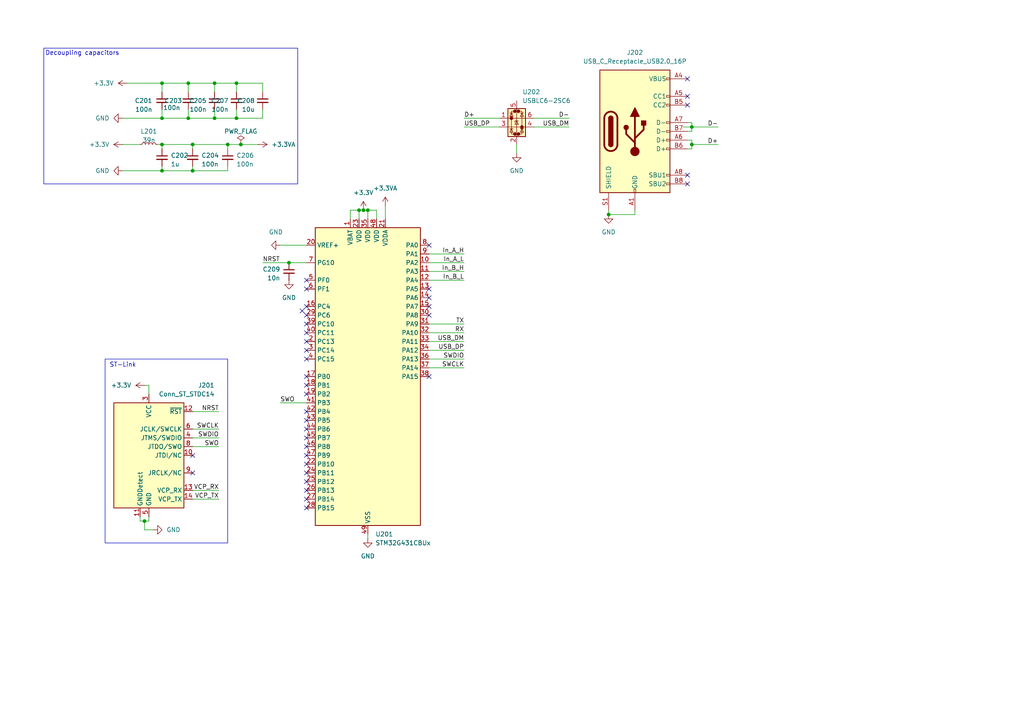
<source format=kicad_sch>
(kicad_sch (version 20231120) (generator "eeschema") (generator_version "8.0")
  (paper "A4")
  (lib_symbols
    (symbol "Connector:Conn_ST_STDC14"
      (property "Reference" "J" (at -8.89 16.51 0))
      (property "Value" "Conn_ST_STDC14" (at 17.78 16.51 0))
      (symbol "Conn_ST_STDC14_0_1"
        (rectangle (start -10.16 15.24) (end 10.16 -15.24) (stroke (width 0.254)) (fill (type background)))
      )
      (symbol "Conn_ST_STDC14_1_1"
        (pin no_connect line (at -10.16 5.08 0) (length 2.54) hide (name "NC") (number "1"))
        (pin output line (at 12.7 0 180) (length 2.54) (name "JTDI/NC") (number "10"))
        (pin passive line (at -2.54 -17.78 90) (length 2.54) (name "GNDDetect") (number "11"))
        (pin open_collector line (at 12.7 12.7 180) (length 2.54) (name "~{RST}") (number "12"))
        (pin output line (at 12.7 -10.16 180) (length 2.54) (name "VCP_RX") (number "13"))
        (pin input line (at 12.7 -12.7 180) (length 2.54) (name "VCP_TX") (number "14"))
        (pin no_connect line (at -10.16 2.54 0) (length 2.54) hide (name "NC") (number "2"))
        (pin power_in line (at 0 17.78 270) (length 2.54) (name "VCC") (number "3"))
        (pin bidirectional line (at 12.7 5.08 180) (length 2.54) (name "JTMS/SWDIO") (number "4"))
        (pin power_in line (at 0 -17.78 90) (length 2.54) (name "GND") (number "5"))
        (pin output line (at 12.7 7.62 180) (length 2.54) (name "JCLK/SWCLK") (number "6"))
        (pin passive line (at 0 -17.78 90) (length 2.54) hide (name "GND") (number "7"))
        (pin input line (at 12.7 2.54 180) (length 2.54) (name "JTDO/SWO") (number "8"))
        (pin input line (at 12.7 -5.08 180) (length 2.54) (name "JRCLK/NC") (number "9"))
      )
    )
    (symbol "Connector:USB_C_Receptacle_USB2.0_16P" (pin_names (offset 1.016))
      (property "Reference" "J" (at 0 22.225 0))
      (property "Value" "USB_C_Receptacle_USB2.0_16P" (at 0 19.685 0))
      (symbol "USB_C_Receptacle_USB2.0_16P_0_0"
        (rectangle (start -0.254 -17.78) (end 0.254 -16.764))
        (rectangle (start 10.16 -14.986) (end 9.144 -15.494))
        (rectangle (start 10.16 -12.446) (end 9.144 -12.954))
        (rectangle (start 10.16 -4.826) (end 9.144 -5.334))
        (rectangle (start 10.16 -2.286) (end 9.144 -2.794))
        (rectangle (start 10.16 0.254) (end 9.144 -0.254))
        (rectangle (start 10.16 2.794) (end 9.144 2.286))
        (rectangle (start 10.16 7.874) (end 9.144 7.366))
        (rectangle (start 10.16 10.414) (end 9.144 9.906))
        (rectangle (start 10.16 15.494) (end 9.144 14.986))
      )
      (symbol "USB_C_Receptacle_USB2.0_16P_0_1"
        (rectangle (start -10.16 17.78) (end 10.16 -17.78) (stroke (width 0.254)) (fill (type background)))
        (arc (start -8.89 -3.81) (mid -6.985 -5.7067) (end -5.08 -3.81) (stroke (width 0.508)))
        (arc (start -7.62 -3.81) (mid -6.985 -4.4423) (end -6.35 -3.81) (stroke (width 0.254)))
        (arc (start -7.62 -3.81) (mid -6.985 -4.4423) (end -6.35 -3.81) (stroke (width 0.254)) (fill (type outline)))
        (rectangle (start -7.62 -3.81) (end -6.35 3.81) (stroke (width 0.254)) (fill (type outline)))
        (arc (start -6.35 3.81) (mid -6.985 4.4423) (end -7.62 3.81) (stroke (width 0.254)))
        (arc (start -6.35 3.81) (mid -6.985 4.4423) (end -7.62 3.81) (stroke (width 0.254)) (fill (type outline)))
        (arc (start -5.08 3.81) (mid -6.985 5.7067) (end -8.89 3.81) (stroke (width 0.508)))
        (circle (center -2.54 1.143) (radius 0.635) (stroke (width 0.254)) (fill (type outline)))
        (circle (center 0 -5.842) (radius 1.27) (fill (type outline)))
        (polyline (pts (xy -8.89 -3.81) (xy -8.89 3.81)) (stroke (width 0.508)))
        (polyline (pts (xy -5.08 3.81) (xy -5.08 -3.81)) (stroke (width 0.508)))
        (polyline (pts (xy 0 -5.842) (xy 0 4.318)) (stroke (width 0.508)))
        (polyline (pts (xy 0 -3.302) (xy -2.54 -0.762) (xy -2.54 0.508)) (stroke (width 0.508)))
        (polyline (pts (xy 0 -2.032) (xy 2.54 0.508) (xy 2.54 1.778)) (stroke (width 0.508)))
        (polyline (pts (xy -1.27 4.318) (xy 0 6.858) (xy 1.27 4.318) (xy -1.27 4.318)) (stroke (width 0.254)) (fill (type outline)))
        (rectangle (start 1.905 1.778) (end 3.175 3.048) (stroke (width 0.254)) (fill (type outline)))
      )
      (symbol "USB_C_Receptacle_USB2.0_16P_1_1"
        (pin passive line (at 0 -22.86 90) (length 5.08) (name "GND") (number "A1"))
        (pin passive line (at 0 -22.86 90) (length 5.08) hide (name "GND") (number "A12"))
        (pin passive line (at 15.24 15.24 180) (length 5.08) (name "VBUS") (number "A4"))
        (pin bidirectional line (at 15.24 10.16 180) (length 5.08) (name "CC1") (number "A5"))
        (pin bidirectional line (at 15.24 -2.54 180) (length 5.08) (name "D+") (number "A6"))
        (pin bidirectional line (at 15.24 2.54 180) (length 5.08) (name "D-") (number "A7"))
        (pin bidirectional line (at 15.24 -12.7 180) (length 5.08) (name "SBU1") (number "A8"))
        (pin passive line (at 15.24 15.24 180) (length 5.08) hide (name "VBUS") (number "A9"))
        (pin passive line (at 0 -22.86 90) (length 5.08) hide (name "GND") (number "B1"))
        (pin passive line (at 0 -22.86 90) (length 5.08) hide (name "GND") (number "B12"))
        (pin passive line (at 15.24 15.24 180) (length 5.08) hide (name "VBUS") (number "B4"))
        (pin bidirectional line (at 15.24 7.62 180) (length 5.08) (name "CC2") (number "B5"))
        (pin bidirectional line (at 15.24 -5.08 180) (length 5.08) (name "D+") (number "B6"))
        (pin bidirectional line (at 15.24 0 180) (length 5.08) (name "D-") (number "B7"))
        (pin bidirectional line (at 15.24 -15.24 180) (length 5.08) (name "SBU2") (number "B8"))
        (pin passive line (at 15.24 15.24 180) (length 5.08) hide (name "VBUS") (number "B9"))
        (pin passive line (at -7.62 -22.86 90) (length 5.08) (name "SHIELD") (number "S1"))
      )
    )
    (symbol "Device:C_Small" (pin_numbers hide) (pin_names (offset 0.254) hide)
      (property "Reference" "C" (at 0.254 1.778 0))
      (property "Value" "C_Small" (at 0.254 -2.032 0))
      (symbol "C_Small_0_1"
        (polyline (pts (xy -1.524 -0.508) (xy 1.524 -0.508)) (stroke (width 0.3302)))
        (polyline (pts (xy -1.524 0.508) (xy 1.524 0.508)) (stroke (width 0.3048)))
      )
      (symbol "C_Small_1_1"
        (pin passive line (at 0 2.54 270) (length 2.032) (name "~") (number "1"))
        (pin passive line (at 0 -2.54 90) (length 2.032) (name "~") (number "2"))
      )
    )
    (symbol "Device:L_Small" (pin_numbers hide) (pin_names (offset 0.254) hide)
      (property "Reference" "L" (at 0.762 1.016 0))
      (property "Value" "L_Small" (at 0.762 -1.016 0))
      (symbol "L_Small_0_1"
        (arc (start 0 -2.032) (mid 0.5058 -1.524) (end 0 -1.016))
        (arc (start 0 -1.016) (mid 0.5058 -0.508) (end 0 0))
        (arc (start 0 0) (mid 0.5058 0.508) (end 0 1.016))
        (arc (start 0 1.016) (mid 0.5058 1.524) (end 0 2.032))
      )
      (symbol "L_Small_1_1"
        (pin passive line (at 0 2.54 270) (length 0.508) (name "~") (number "1"))
        (pin passive line (at 0 -2.54 90) (length 0.508) (name "~") (number "2"))
      )
    )
    (symbol "MCU_ST_STM32G4:STM32G431CBUx"
      (property "Reference" "U" (at -15.24 44.45 0))
      (property "Value" "STM32G431CBUx" (at 7.62 44.45 0))
      (symbol "STM32G431CBUx_0_1"
        (rectangle (start -15.24 -43.18) (end 15.24 43.18) (stroke (width 0.254)) (fill (type background)))
      )
      (symbol "STM32G431CBUx_1_1"
        (pin power_in line (at -5.08 45.72 270) (length 2.54) (name "VBAT") (number "1"))
        (pin bidirectional line (at 17.78 33.02 180) (length 2.54) (name "PA2") (number "10"))
        (pin bidirectional line (at 17.78 30.48 180) (length 2.54) (name "PA3") (number "11"))
        (pin bidirectional line (at 17.78 27.94 180) (length 2.54) (name "PA4") (number "12"))
        (pin bidirectional line (at 17.78 25.4 180) (length 2.54) (name "PA5") (number "13"))
        (pin bidirectional line (at 17.78 22.86 180) (length 2.54) (name "PA6") (number "14"))
        (pin bidirectional line (at 17.78 20.32 180) (length 2.54) (name "PA7") (number "15"))
        (pin bidirectional line (at -17.78 20.32 0) (length 2.54) (name "PC4") (number "16"))
        (pin bidirectional line (at -17.78 0 0) (length 2.54) (name "PB0") (number "17"))
        (pin bidirectional line (at -17.78 -2.54 0) (length 2.54) (name "PB1") (number "18"))
        (pin bidirectional line (at -17.78 -5.08 0) (length 2.54) (name "PB2") (number "19"))
        (pin bidirectional line (at -17.78 10.16 0) (length 2.54) (name "PC13") (number "2"))
        (pin input line (at -17.78 38.1 0) (length 2.54) (name "VREF+") (number "20"))
        (pin power_in line (at 5.08 45.72 270) (length 2.54) (name "VDDA") (number "21"))
        (pin bidirectional line (at -17.78 -25.4 0) (length 2.54) (name "PB10") (number "22"))
        (pin power_in line (at -2.54 45.72 270) (length 2.54) (name "VDD") (number "23"))
        (pin bidirectional line (at -17.78 -27.94 0) (length 2.54) (name "PB11") (number "24"))
        (pin bidirectional line (at -17.78 -30.48 0) (length 2.54) (name "PB12") (number "25"))
        (pin bidirectional line (at -17.78 -33.02 0) (length 2.54) (name "PB13") (number "26"))
        (pin bidirectional line (at -17.78 -35.56 0) (length 2.54) (name "PB14") (number "27"))
        (pin bidirectional line (at -17.78 -38.1 0) (length 2.54) (name "PB15") (number "28"))
        (pin bidirectional line (at -17.78 17.78 0) (length 2.54) (name "PC6") (number "29"))
        (pin bidirectional line (at -17.78 7.62 0) (length 2.54) (name "PC14") (number "3"))
        (pin bidirectional line (at 17.78 17.78 180) (length 2.54) (name "PA8") (number "30"))
        (pin bidirectional line (at 17.78 15.24 180) (length 2.54) (name "PA9") (number "31"))
        (pin bidirectional line (at 17.78 12.7 180) (length 2.54) (name "PA10") (number "32"))
        (pin bidirectional line (at 17.78 10.16 180) (length 2.54) (name "PA11") (number "33"))
        (pin bidirectional line (at 17.78 7.62 180) (length 2.54) (name "PA12") (number "34"))
        (pin power_in line (at 0 45.72 270) (length 2.54) (name "VDD") (number "35"))
        (pin bidirectional line (at 17.78 5.08 180) (length 2.54) (name "PA13") (number "36"))
        (pin bidirectional line (at 17.78 2.54 180) (length 2.54) (name "PA14") (number "37"))
        (pin bidirectional line (at 17.78 0 180) (length 2.54) (name "PA15") (number "38"))
        (pin bidirectional line (at -17.78 15.24 0) (length 2.54) (name "PC10") (number "39"))
        (pin bidirectional line (at -17.78 5.08 0) (length 2.54) (name "PC15") (number "4"))
        (pin bidirectional line (at -17.78 12.7 0) (length 2.54) (name "PC11") (number "40"))
        (pin bidirectional line (at -17.78 -7.62 0) (length 2.54) (name "PB3") (number "41"))
        (pin bidirectional line (at -17.78 -10.16 0) (length 2.54) (name "PB4") (number "42"))
        (pin bidirectional line (at -17.78 -12.7 0) (length 2.54) (name "PB5") (number "43"))
        (pin bidirectional line (at -17.78 -15.24 0) (length 2.54) (name "PB6") (number "44"))
        (pin bidirectional line (at -17.78 -17.78 0) (length 2.54) (name "PB7") (number "45"))
        (pin bidirectional line (at -17.78 -20.32 0) (length 2.54) (name "PB8") (number "46"))
        (pin bidirectional line (at -17.78 -22.86 0) (length 2.54) (name "PB9") (number "47"))
        (pin power_in line (at 2.54 45.72 270) (length 2.54) (name "VDD") (number "48"))
        (pin power_in line (at 0 -45.72 90) (length 2.54) (name "VSS") (number "49"))
        (pin bidirectional line (at -17.78 27.94 0) (length 2.54) (name "PF0") (number "5"))
        (pin bidirectional line (at -17.78 25.4 0) (length 2.54) (name "PF1") (number "6"))
        (pin bidirectional line (at -17.78 33.02 0) (length 2.54) (name "PG10") (number "7"))
        (pin bidirectional line (at 17.78 38.1 180) (length 2.54) (name "PA0") (number "8"))
        (pin bidirectional line (at 17.78 35.56 180) (length 2.54) (name "PA1") (number "9"))
      )
    )
    (symbol "Power_Protection:USBLC6-2SC6" (pin_names hide)
      (property "Reference" "U" (at 0.635 5.715 0))
      (property "Value" "USBLC6-2SC6" (at 0.635 3.81 0))
      (symbol "USBLC6-2SC6_0_0"
        (circle (center -1.524 0) (radius 0.0001) (stroke (width 0.508)))
        (circle (center -0.508 -4.572) (radius 0.0001) (stroke (width 0.508)))
        (circle (center -0.508 2.032) (radius 0.0001) (stroke (width 0.508)))
        (circle (center 0.508 -4.572) (radius 0.0001) (stroke (width 0.508)))
        (circle (center 0.508 2.032) (radius 0.0001) (stroke (width 0.508)))
        (circle (center 1.524 -2.54) (radius 0.0001) (stroke (width 0.508)))
      )
      (symbol "USBLC6-2SC6_0_1"
        (polyline (pts (xy -2.54 -2.54) (xy 2.54 -2.54)))
        (polyline (pts (xy -2.54 0) (xy 2.54 0)))
        (polyline (pts (xy -2.032 -3.048) (xy -1.016 -3.048)))
        (polyline (pts (xy -1.016 1.524) (xy -2.032 1.524)))
        (polyline (pts (xy 1.016 -3.048) (xy 2.032 -3.048)))
        (polyline (pts (xy 1.016 1.524) (xy 2.032 1.524)))
        (polyline (pts (xy -0.508 -1.143) (xy -0.508 -0.762) (xy 0.508 -0.762)))
        (polyline (pts (xy -2.032 0.508) (xy -1.016 0.508) (xy -1.524 1.524) (xy -2.032 0.508)))
        (polyline (pts (xy -1.016 -4.064) (xy -2.032 -4.064) (xy -1.524 -3.048) (xy -1.016 -4.064)))
        (polyline (pts (xy 0.508 -1.778) (xy -0.508 -1.778) (xy 0 -0.762) (xy 0.508 -1.778)))
        (polyline (pts (xy 2.032 -4.064) (xy 1.016 -4.064) (xy 1.524 -3.048) (xy 2.032 -4.064)))
        (polyline (pts (xy 2.032 0.508) (xy 1.016 0.508) (xy 1.524 1.524) (xy 2.032 0.508)))
        (polyline (pts (xy 0 2.54) (xy -0.508 2.032) (xy 0.508 2.032) (xy 0 1.524) (xy 0 -4.064) (xy -0.508 -4.572) (xy 0.508 -4.572) (xy 0 -5.08)))
      )
      (symbol "USBLC6-2SC6_1_1"
        (rectangle (start -2.54 2.794) (end 2.54 -5.334) (stroke (width 0.254)) (fill (type background)))
        (polyline (pts (xy -0.508 2.032) (xy -1.524 2.032) (xy -1.524 -4.572) (xy -0.508 -4.572)))
        (polyline (pts (xy 0.508 -4.572) (xy 1.524 -4.572) (xy 1.524 2.032) (xy 0.508 2.032)))
        (pin passive line (at -5.08 0 0) (length 2.54) (name "I/O1") (number "1"))
        (pin passive line (at 0 -7.62 90) (length 2.54) (name "GND") (number "2"))
        (pin passive line (at -5.08 -2.54 0) (length 2.54) (name "I/O2") (number "3"))
        (pin passive line (at 5.08 -2.54 180) (length 2.54) (name "I/O2") (number "4"))
        (pin passive line (at 0 5.08 270) (length 2.54) (name "VBUS") (number "5"))
        (pin passive line (at 5.08 0 180) (length 2.54) (name "I/O1") (number "6"))
      )
    )
    (symbol "power:+3.3V" (power) (pin_numbers hide) (pin_names (offset 0) hide)
      (property "Value" "+3.3V" (at 0 3.556 0))
      (symbol "+3.3V_0_1"
        (polyline (pts (xy -0.762 1.27) (xy 0 2.54)))
        (polyline (pts (xy 0 0) (xy 0 2.54)))
        (polyline (pts (xy 0 2.54) (xy 0.762 1.27)))
      )
      (symbol "+3.3V_1_1"
        (pin power_in line (at 0 0 90) (length 0) (name "~") (number "1"))
      )
    )
    (symbol "power:+3.3VA" (power) (pin_numbers hide) (pin_names (offset 0) hide)
      (property "Value" "+3.3VA" (at 0 3.556 0))
      (symbol "+3.3VA_0_1"
        (polyline (pts (xy -0.762 1.27) (xy 0 2.54)))
        (polyline (pts (xy 0 0) (xy 0 2.54)))
        (polyline (pts (xy 0 2.54) (xy 0.762 1.27)))
      )
      (symbol "+3.3VA_1_1"
        (pin power_in line (at 0 0 90) (length 0) (name "~") (number "1"))
      )
    )
    (symbol "power:GND" (power) (pin_numbers hide) (pin_names (offset 0) hide)
      (property "Value" "GND" (at 0 -3.81 0))
      (symbol "GND_0_1"
        (polyline (pts (xy 0 0) (xy 0 -1.27) (xy 1.27 -1.27) (xy 0 -2.54) (xy -1.27 -1.27) (xy 0 -1.27)))
      )
      (symbol "GND_1_1"
        (pin power_in line (at 0 0 270) (length 0) (name "~") (number "1"))
      )
    )
    (symbol "power:PWR_FLAG" (power) (pin_numbers hide) (pin_names (offset 0) hide)
      (property "Value" "PWR_FLAG" (at 0 3.81 0))
      (symbol "PWR_FLAG_0_0"
        (pin power_out line (at 0 0 90) (length 0) (name "pwr") (number "1"))
      )
      (symbol "PWR_FLAG_0_1"
        (polyline (pts (xy 0 0) (xy 0 1.27) (xy -1.016 1.905) (xy 0 2.54) (xy 1.016 1.905) (xy 0 1.27)))
      )
    )
  )
  (junction (at 46.99 34.29))
  (junction (at 66.04 41.91))
  (junction (at 54.61 24.13))
  (junction (at 46.99 49.53))
  (junction (at 46.99 24.13))
  (junction (at 69.85 41.91))
  (junction (at 176.53 62.23))
  (junction (at 62.23 24.13))
  (junction (at 41.91 151.13))
  (junction (at 106.68 60.96))
  (junction (at 200.66 41.91))
  (junction (at 54.61 34.29))
  (junction (at 105.41 60.96))
  (junction (at 68.58 24.13))
  (junction (at 46.99 41.91))
  (junction (at 68.58 34.29))
  (junction (at 62.23 34.29))
  (junction (at 55.88 49.53))
  (junction (at 83.82 76.2))
  (junction (at 104.14 60.96))
  (junction (at 55.88 41.91))
  (junction (at 200.66 36.83))
  (no_connect (at 88.9 96.52))
  (no_connect (at 88.9 134.62))
  (no_connect (at 124.46 91.44))
  (no_connect (at 199.39 50.8))
  (no_connect (at 124.46 83.82))
  (no_connect (at 88.9 88.9))
  (no_connect (at 88.9 83.82))
  (no_connect (at 88.9 114.3))
  (no_connect (at 88.9 129.54))
  (no_connect (at 199.39 27.94))
  (no_connect (at 88.9 101.6))
  (no_connect (at 88.9 147.32))
  (no_connect (at 88.9 121.92))
  (no_connect (at 124.46 88.9))
  (no_connect (at 199.39 22.86))
  (no_connect (at 55.88 132.08))
  (no_connect (at 88.9 139.7))
  (no_connect (at 88.9 144.78))
  (no_connect (at 55.88 137.16))
  (no_connect (at 88.9 137.16))
  (no_connect (at 87.63 90.17))
  (no_connect (at 88.9 142.24))
  (no_connect (at 88.9 132.08))
  (no_connect (at 124.46 71.12))
  (no_connect (at 88.9 81.28))
  (no_connect (at 88.9 124.46))
  (no_connect (at 124.46 109.22))
  (no_connect (at 88.9 109.22))
  (no_connect (at 199.39 53.34))
  (no_connect (at 199.39 30.48))
  (no_connect (at 124.46 86.36))
  (no_connect (at 88.9 91.44))
  (no_connect (at 88.9 104.14))
  (no_connect (at 88.9 99.06))
  (no_connect (at 88.9 127))
  (no_connect (at 88.9 111.76))
  (no_connect (at 88.9 119.38))
  (no_connect (at 88.9 93.98))
  (wire (pts (xy 36.83 24.13) (xy 46.99 24.13)))
  (wire (pts (xy 199.39 43.18) (xy 200.66 43.18)))
  (wire (pts (xy 124.46 104.14) (xy 134.62 104.14)))
  (wire (pts (xy 68.58 31.75) (xy 68.58 34.29)))
  (wire (pts (xy 62.23 31.75) (xy 62.23 34.29)))
  (wire (pts (xy 124.46 96.52) (xy 134.62 96.52)))
  (wire (pts (xy 106.68 60.96) (xy 106.68 63.5)))
  (wire (pts (xy 200.66 43.18) (xy 200.66 41.91)))
  (wire (pts (xy 55.88 129.54) (xy 63.5 129.54)))
  (wire (pts (xy 35.56 49.53) (xy 46.99 49.53)))
  (wire (pts (xy 104.14 60.96) (xy 104.14 63.5)))
  (wire (pts (xy 68.58 34.29) (xy 62.23 34.29)))
  (wire (pts (xy 43.18 149.86) (xy 43.18 151.13)))
  (wire (pts (xy 83.82 76.2) (xy 88.9 76.2)))
  (wire (pts (xy 200.66 36.83) (xy 200.66 35.56)))
  (wire (pts (xy 46.99 34.29) (xy 54.61 34.29)))
  (wire (pts (xy 208.28 36.83) (xy 200.66 36.83)))
  (wire (pts (xy 154.94 36.83) (xy 165.1 36.83)))
  (wire (pts (xy 124.46 76.2) (xy 134.62 76.2)))
  (wire (pts (xy 41.91 151.13) (xy 43.18 151.13)))
  (wire (pts (xy 200.66 38.1) (xy 200.66 36.83)))
  (wire (pts (xy 55.88 144.78) (xy 63.5 144.78)))
  (wire (pts (xy 69.85 41.91) (xy 74.93 41.91)))
  (wire (pts (xy 76.2 24.13) (xy 76.2 26.67)))
  (wire (pts (xy 54.61 24.13) (xy 62.23 24.13)))
  (wire (pts (xy 208.28 41.91) (xy 200.66 41.91)))
  (wire (pts (xy 176.53 62.23) (xy 184.15 62.23)))
  (wire (pts (xy 198.12 36.83) (xy 200.66 36.83)))
  (wire (pts (xy 134.62 34.29) (xy 144.78 34.29)))
  (wire (pts (xy 62.23 26.67) (xy 62.23 24.13)))
  (wire (pts (xy 124.46 106.68) (xy 134.62 106.68)))
  (wire (pts (xy 55.88 48.26) (xy 55.88 49.53)))
  (wire (pts (xy 66.04 48.26) (xy 66.04 49.53)))
  (wire (pts (xy 149.86 41.91) (xy 149.86 44.45)))
  (wire (pts (xy 199.39 38.1) (xy 200.66 38.1)))
  (wire (pts (xy 106.68 60.96) (xy 109.22 60.96)))
  (wire (pts (xy 154.94 34.29) (xy 165.1 34.29)))
  (wire (pts (xy 55.88 49.53) (xy 66.04 49.53)))
  (wire (pts (xy 76.2 76.2) (xy 83.82 76.2)))
  (wire (pts (xy 46.99 48.26) (xy 46.99 49.53)))
  (wire (pts (xy 109.22 60.96) (xy 109.22 63.5)))
  (wire (pts (xy 76.2 31.75) (xy 76.2 34.29)))
  (wire (pts (xy 55.88 124.46) (xy 63.5 124.46)))
  (wire (pts (xy 44.45 153.67) (xy 41.91 153.67)))
  (wire (pts (xy 134.62 36.83) (xy 144.78 36.83)))
  (wire (pts (xy 40.64 151.13) (xy 40.64 149.86)))
  (wire (pts (xy 106.68 154.94) (xy 106.68 156.21)))
  (wire (pts (xy 54.61 31.75) (xy 54.61 34.29)))
  (wire (pts (xy 101.6 63.5) (xy 101.6 60.96)))
  (wire (pts (xy 68.58 24.13) (xy 76.2 24.13)))
  (wire (pts (xy 55.88 127) (xy 63.5 127)))
  (wire (pts (xy 46.99 24.13) (xy 54.61 24.13)))
  (wire (pts (xy 200.66 35.56) (xy 199.39 35.56)))
  (wire (pts (xy 54.61 34.29) (xy 62.23 34.29)))
  (wire (pts (xy 46.99 31.75) (xy 46.99 34.29)))
  (wire (pts (xy 46.99 41.91) (xy 55.88 41.91)))
  (wire (pts (xy 41.91 151.13) (xy 40.64 151.13)))
  (wire (pts (xy 176.53 60.96) (xy 176.53 62.23)))
  (wire (pts (xy 104.14 60.96) (xy 105.41 60.96)))
  (wire (pts (xy 105.41 60.96) (xy 106.68 60.96)))
  (wire (pts (xy 68.58 24.13) (xy 68.58 26.67)))
  (wire (pts (xy 124.46 81.28) (xy 134.62 81.28)))
  (wire (pts (xy 35.56 41.91) (xy 40.64 41.91)))
  (wire (pts (xy 81.28 71.12) (xy 88.9 71.12)))
  (wire (pts (xy 35.56 34.29) (xy 46.99 34.29)))
  (wire (pts (xy 66.04 41.91) (xy 69.85 41.91)))
  (wire (pts (xy 55.88 41.91) (xy 55.88 43.18)))
  (wire (pts (xy 200.66 40.64) (xy 199.39 40.64)))
  (wire (pts (xy 88.9 116.84) (xy 81.28 116.84)))
  (wire (pts (xy 55.88 49.53) (xy 46.99 49.53)))
  (wire (pts (xy 46.99 41.91) (xy 45.72 41.91)))
  (wire (pts (xy 41.91 111.76) (xy 43.18 111.76)))
  (wire (pts (xy 184.15 60.96) (xy 184.15 62.23)))
  (wire (pts (xy 124.46 93.98) (xy 134.62 93.98)))
  (wire (pts (xy 54.61 24.13) (xy 54.61 26.67)))
  (wire (pts (xy 43.18 111.76) (xy 43.18 114.3)))
  (wire (pts (xy 101.6 60.96) (xy 104.14 60.96)))
  (wire (pts (xy 200.66 41.91) (xy 200.66 40.64)))
  (wire (pts (xy 55.88 119.38) (xy 63.5 119.38)))
  (wire (pts (xy 55.88 142.24) (xy 63.5 142.24)))
  (wire (pts (xy 46.99 24.13) (xy 46.99 26.67)))
  (wire (pts (xy 124.46 99.06) (xy 134.62 99.06)))
  (wire (pts (xy 66.04 43.18) (xy 66.04 41.91)))
  (wire (pts (xy 41.91 153.67) (xy 41.91 151.13)))
  (wire (pts (xy 124.46 101.6) (xy 134.62 101.6)))
  (wire (pts (xy 46.99 43.18) (xy 46.99 41.91)))
  (wire (pts (xy 111.76 59.69) (xy 111.76 63.5)))
  (wire (pts (xy 124.46 73.66) (xy 134.62 73.66)))
  (wire (pts (xy 62.23 24.13) (xy 68.58 24.13)))
  (wire (pts (xy 55.88 41.91) (xy 66.04 41.91)))
  (wire (pts (xy 76.2 34.29) (xy 68.58 34.29)))
  (wire (pts (xy 124.46 78.74) (xy 134.62 78.74)))
  (rectangle (start 12.7 13.97) (end 86.36 53.34))
  (rectangle (start 30.48 104.14) (end 66.04 157.48))
  (text "Decoupling capacitors\n" (at 23.876 15.494 0) (effects (font (size 1.27 1.27))))
  (text "ST-Link\n" (at 31.75 106.68 0) (effects (font (size 1.27 1.27)) (justify left bottom)))
  (label "D-" (at 165.1 34.29 180))
  (label "NRST" (at 76.2 76.2 0))
  (label "SWO" (at 63.5 129.54 180))
  (label "NRST" (at 63.5 119.38 180))
  (label "D-" (at 208.28 36.83 180))
  (label "TX" (at 134.62 93.98 180))
  (label "In_A_H" (at 134.62 73.66 180))
  (label "SWCLK" (at 63.5 124.46 180))
  (label "D+" (at 208.28 41.91 180))
  (label "SWO" (at 81.28 116.84 0))
  (label "USB_DM" (at 165.1 36.83 180))
  (label "VCP_TX" (at 63.5 144.78 180))
  (label "VCP_RX" (at 63.5 142.24 180))
  (label "In_A_L" (at 134.62 76.2 180))
  (label "SWCLK" (at 134.62 106.68 180))
  (label "D+" (at 134.62 34.29 0))
  (label "In_B_H" (at 134.62 78.74 180))
  (label "SWDIO" (at 134.62 104.14 180))
  (label "SWDIO" (at 63.5 127 180))
  (label "USB_DM" (at 134.62 99.06 180))
  (label "RX" (at 134.62 96.52 180))
  (label "In_B_L" (at 134.62 81.28 180))
  (label "USB_DP" (at 134.62 36.83 0))
  (label "USB_DP" (at 134.62 101.6 180))
  (symbol (lib_id "Device:C_Small") (at 83.82 78.74 0) (mirror y) (unit 1)
    (property "Reference" "C209" (at 81.28 78.1113 0) (effects (justify left)))
    (property "Value" "10n" (at 81.28 80.6513 0) (effects (justify left)))
    (property "Footprint" "Capacitor_SMD:C_0402_1005Metric" (effects (hide yes)))
    (property "Fournisseur" "Wurth" (effects (hide yes)))
    (property "MFR" "885 012 105 018" (effects (hide yes)))
  )
  (symbol (lib_id "Device:C_Small") (at 76.2 29.21 0) (mirror y) (unit 1)
    (property "Reference" "C208" (at 73.914 29.21 0) (effects (justify left)))
    (property "Value" "10u" (at 73.914 31.75 0) (effects (justify left)))
    (property "Footprint" "Capacitor_SMD:C_0603_1608Metric" (effects (hide yes)))
    (property "Description" "Unpolarized capacitor, small symbol" (effects (hide yes)))
  )
  (symbol (lib_id "power:PWR_FLAG") (at 69.85 41.91 0) (unit 1)
    (property "Reference" "#FLG0201" (effects (hide yes)))
    (property "Value" "PWR_FLAG" (at 69.85 38.1 0))
  )
  (symbol (lib_id "power:+3.3V") (at 35.56 41.91 90) (unit 1)
    (property "Reference" "#PWR0202" (effects (hide yes)))
    (property "Value" "+3.3V" (at 31.75 41.9099 90) (effects (justify left)))
    (property "Description" "Power symbol creates a global label with name \"+3.3V\"" (effects (hide yes)))
  )
  (symbol (lib_id "power:GND") (at 81.28 71.12 270) (unit 1)
    (property "Reference" "#PWR0208" (effects (hide yes)))
    (property "Value" "GND" (at 80.01 67.31 90))
    (property "Description" "Power symbol creates a global label with name \"GND\" , ground" (effects (hide yes)))
  )
  (symbol (lib_id "power:+3.3V") (at 41.91 111.76 90) (unit 1)
    (property "Reference" "#PWR0205" (effects (hide yes)))
    (property "Value" "+3.3V" (at 38.1 111.7599 90) (effects (justify left)))
    (property "Description" "Power symbol creates a global label with name \"+3.3V\"" (effects (hide yes)))
  )
  (symbol (lib_id "Connector:USB_C_Receptacle_USB2.0_16P") (at 184.15 38.1 0) (unit 1)
    (property "Reference" "J202" (at 184.15 15.24 0))
    (property "Value" "USB_C_Receptacle_USB2.0_16P" (at 184.15 17.78 0))
    (property "Datasheet" "https://www.usb.org/sites/default/files/documents/usb_type-c.zip" (effects (hide yes)))
    (property "Description" "USB 2.0-only 16P Type-C Receptacle connector" (effects (hide yes)))
  )
  (symbol (lib_id "Power_Protection:USBLC6-2SC6") (at 149.86 34.29 0) (unit 1)
    (property "Reference" "U202" (at 151.5111 26.67 0) (effects (justify left)))
    (property "Value" "USBLC6-2SC6" (at 151.5111 29.21 0) (effects (justify left)))
    (property "Footprint" "Package_TO_SOT_SMD:SOT-23-6" (effects (hide yes)))
    (property "Datasheet" "https://www.st.com/resource/en/datasheet/usblc6-2.pdf" (effects (hide yes)))
    (property "Description" "Very low capacitance ESD protection diode, 2 data-line, SOT-23-6" (effects (hide yes)))
  )
  (symbol (lib_id "power:GND") (at 83.82 81.28 0) (unit 1)
    (property "Reference" "#PWR0213" (effects (hide yes)))
    (property "Value" "GND" (at 83.82 86.36 0))
    (property "Description" "Power symbol creates a global label with name \"GND\" , ground" (effects (hide yes)))
  )
  (symbol (lib_id "power:GND") (at 35.56 49.53 270) (unit 1)
    (property "Reference" "#PWR0203" (effects (hide yes)))
    (property "Value" "GND" (at 31.75 49.5299 90) (effects (justify right)))
    (property "Description" "Power symbol creates a global label with name \"GND\" , ground" (effects (hide yes)))
  )
  (symbol (lib_id "Device:C_Small") (at 68.58 29.21 0) (mirror y) (unit 1)
    (property "Reference" "C207" (at 66.294 29.21 0) (effects (justify left)))
    (property "Value" "100n" (at 66.294 31.75 0) (effects (justify left)))
    (property "Footprint" "Capacitor_SMD:C_0402_1005Metric" (effects (hide yes)))
    (property "Description" "Unpolarized capacitor, small symbol" (effects (hide yes)))
  )
  (symbol (lib_id "power:+3.3VA") (at 74.93 41.91 270) (unit 1)
    (property "Reference" "#PWR0207" (effects (hide yes)))
    (property "Value" "+3.3VA" (at 78.74 41.9099 90) (effects (justify left)))
    (property "Description" "Power symbol creates a global label with name \"+3.3VA\"" (effects (hide yes)))
  )
  (symbol (lib_id "power:+3.3VA") (at 111.76 59.69 0) (unit 1)
    (property "Reference" "#PWR0211" (effects (hide yes)))
    (property "Value" "+3.3VA" (at 111.76 54.61 0))
    (property "Description" "Power symbol creates a global label with name \"+3.3VA\"" (effects (hide yes)))
  )
  (symbol (lib_id "Device:C_Small") (at 66.04 45.72 0) (unit 1)
    (property "Reference" "C206" (at 68.58 45.0913 0) (effects (justify left)))
    (property "Value" "100n" (at 68.58 47.6313 0) (effects (justify left)))
    (property "Footprint" "Capacitor_SMD:C_0402_1005Metric" (effects (hide yes)))
    (property "Fournisseur" "Wurth" (effects (hide yes)))
    (property "MFR" "885 012 105 018" (effects (hide yes)))
  )
  (symbol (lib_id "power:GND") (at 149.86 44.45 0) (unit 1)
    (property "Reference" "#PWR0214" (effects (hide yes)))
    (property "Value" "GND" (at 149.86 49.53 0))
    (property "Description" "Power symbol creates a global label with name \"GND\" , ground" (effects (hide yes)))
  )
  (symbol (lib_id "Device:C_Small") (at 46.99 45.72 0) (unit 1)
    (property "Reference" "C202" (at 49.53 45.0913 0) (effects (justify left)))
    (property "Value" "1u" (at 49.53 47.6313 0) (effects (justify left)))
    (property "Footprint" "Capacitor_SMD:C_0603_1608Metric_Pad1.08x0.95mm_HandSolder" (effects (hide yes)))
    (property "Fournisseur" "Wurth" (effects (hide yes)))
    (property "MFR" "885 012 105 012" (effects (hide yes)))
  )
  (symbol (lib_id "power:GND") (at 35.56 34.29 270) (unit 1)
    (property "Reference" "#PWR0201" (effects (hide yes)))
    (property "Value" "GND" (at 31.75 34.2899 90) (effects (justify right)))
    (property "Description" "Power symbol creates a global label with name \"GND\" , ground" (effects (hide yes)))
  )
  (symbol (lib_id "power:GND") (at 176.53 62.23 0) (unit 1)
    (property "Reference" "#PWR0212" (effects (hide yes)))
    (property "Value" "GND" (at 176.53 67.31 0))
    (property "Description" "Power symbol creates a global label with name \"GND\" , ground" (effects (hide yes)))
  )
  (symbol (lib_id "power:+3.3V") (at 36.83 24.13 90) (unit 1)
    (property "Reference" "#PWR0204" (effects (hide yes)))
    (property "Value" "+3.3V" (at 33.02 24.1299 90) (effects (justify left)))
    (property "Description" "Power symbol creates a global label with name \"+3.3V\"" (effects (hide yes)))
  )
  (symbol (lib_id "power:+3.3V") (at 105.41 60.96 0) (unit 1)
    (property "Reference" "#PWR0209" (effects (hide yes)))
    (property "Value" "+3.3V" (at 105.41 55.88 0))
    (property "Description" "Power symbol creates a global label with name \"+3.3V\"" (effects (hide yes)))
  )
  (symbol (lib_id "Device:C_Small") (at 46.99 29.21 0) (mirror y) (unit 1)
    (property "Reference" "C201" (at 44.196 29.21 0) (effects (justify left)))
    (property "Value" "100n" (at 44.196 31.75 0) (effects (justify left)))
    (property "Footprint" "Capacitor_SMD:C_0402_1005Metric" (effects (hide yes)))
    (property "Description" "Unpolarized capacitor, small symbol" (effects (hide yes)))
  )
  (symbol (lib_id "Device:C_Small") (at 54.61 29.21 0) (mirror y) (unit 1)
    (property "Reference" "C203" (at 52.832 29.21 0) (effects (justify left)))
    (property "Value" "100n" (at 52.324 31.242 0) (effects (justify left)))
    (property "Footprint" "Capacitor_SMD:C_0402_1005Metric" (effects (hide yes)))
    (property "Description" "Unpolarized capacitor, small symbol" (effects (hide yes)))
  )
  (symbol (lib_id "power:GND") (at 106.68 156.21 0) (unit 1)
    (property "Reference" "#PWR0210" (effects (hide yes)))
    (property "Value" "GND" (at 106.68 161.29 0))
    (property "Description" "Power symbol creates a global label with name \"GND\" , ground" (effects (hide yes)))
  )
  (symbol (lib_id "Connector:Conn_ST_STDC14") (at 43.18 132.08 0) (unit 1)
    (property "Reference" "J201" (at 62.23 111.76 0) (effects (justify right)))
    (property "Value" "Conn_ST_STDC14" (at 62.23 114.3 0) (effects (justify right)))
    (property "Footprint" "Connector_PinHeader_1.27mm:PinHeader_2x07_P1.27mm_Vertical_SMD" (effects (hide yes)))
    (property "Datasheet" "https://www.st.com/content/ccc/resource/technical/document/user_manual/group1/99/49/91/b6/b2/3a/46/e5/DM00526767/files/DM00526767.pdf/jcr:content/translations/en.DM00526767.pdf" (effects (hide yes)))
    (property "Fournisseur" "Stock" (effects (hide yes)))
  )
  (symbol (lib_id "Device:C_Small") (at 62.23 29.21 0) (mirror y) (unit 1)
    (property "Reference" "C205" (at 59.944 29.21 0) (effects (justify left)))
    (property "Value" "100n" (at 59.944 31.75 0) (effects (justify left)))
    (property "Footprint" "Capacitor_SMD:C_0402_1005Metric" (effects (hide yes)))
    (property "Description" "Unpolarized capacitor, small symbol" (effects (hide yes)))
  )
  (symbol (lib_id "Device:C_Small") (at 55.88 45.72 0) (unit 1)
    (property "Reference" "C204" (at 58.42 45.0913 0) (effects (justify left)))
    (property "Value" "100n" (at 58.42 47.6313 0) (effects (justify left)))
    (property "Footprint" "Capacitor_SMD:C_0402_1005Metric" (effects (hide yes)))
    (property "Fournisseur" "Wurth" (effects (hide yes)))
    (property "MFR" "885 012 105 018" (effects (hide yes)))
  )
  (symbol (lib_id "Device:L_Small") (at 43.18 41.91 90) (unit 1)
    (property "Reference" "L201" (at 43.18 38.1 90))
    (property "Value" "39n" (at 43.18 40.64 90))
    (property "Footprint" "Inductor_SMD:L_0603_1608Metric" (effects (hide yes)))
    (property "Fournisseur" "Wurth" (effects (hide yes)))
    (property "MFR" "744 786 013 9" (effects (hide yes)))
  )
  (symbol (lib_id "MCU_ST_STM32G4:STM32G431CBUx") (at 106.68 109.22 0) (unit 1)
    (property "Reference" "U201" (at 108.8741 154.94 0) (effects (justify left)))
    (property "Value" "STM32G431CBUx" (at 108.8741 157.48 0) (effects (justify left)))
    (property "Footprint" "Package_DFN_QFN:QFN-48-1EP_7x7mm_P0.5mm_EP5.6x5.6mm" (effects (hide yes)))
    (property "Datasheet" "https://www.st.com/resource/en/datasheet/stm32g431cb.pdf" (effects (hide yes)))
    (property "Description" "STMicroelectronics Arm Cortex-M4 MCU, 128KB flash, 32KB RAM, 170 MHz, 1.71-3.6V, 42 GPIO, UFQFPN48" (effects (hide yes)))
  )
  (symbol (lib_id "power:GND") (at 44.45 153.67 90) (unit 1)
    (property "Reference" "#PWR0206" (effects (hide yes)))
    (property "Value" "GND" (at 48.26 153.6699 90) (effects (justify right)))
    (property "Description" "Power symbol creates a global label with name \"GND\" , ground" (effects (hide yes)))
  )
)
</source>
